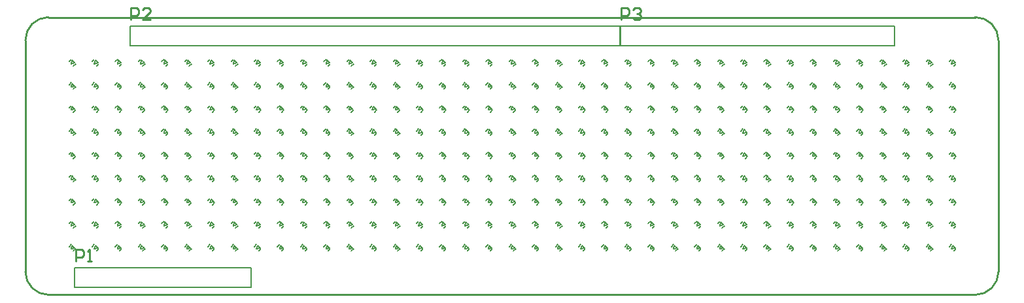
<source format=gto>
G04*
G04 #@! TF.GenerationSoftware,Altium Limited,Altium Designer,18.1.9 (240)*
G04*
G04 Layer_Color=65535*
%FSLAX44Y44*%
%MOMM*%
G71*
G01*
G75*
%ADD10C,0.2000*%
%ADD11C,0.1270*%
%ADD12C,0.2540*%
D10*
X662600Y729800D02*
Y755200D01*
X434000Y729800D02*
X662600D01*
X434000D02*
Y755200D01*
X662600D01*
X1158950Y1067950D02*
X1495500D01*
X1139900D02*
X1158950D01*
X1139900Y1042550D02*
Y1067950D01*
Y1042550D02*
X1495500D01*
Y1067950D01*
X1140300Y1042550D02*
Y1067950D01*
X505300Y1042550D02*
X1140300D01*
X505300D02*
Y1067950D01*
X524350D01*
X1140300D01*
D11*
X1569317Y779567D02*
X1573913Y780628D01*
X1569317Y779567D02*
X1570378Y784163D01*
X1573913Y780628D01*
X1572146Y776739D02*
X1574974Y779567D01*
X1566489Y782396D02*
X1569317Y785224D01*
X1539317Y779567D02*
X1543913Y780628D01*
X1539317Y779567D02*
X1540378Y784163D01*
X1543913Y780628D01*
X1542146Y776739D02*
X1544974Y779567D01*
X1536489Y782396D02*
X1539317Y785224D01*
X1509317Y779567D02*
X1513913Y780628D01*
X1509317Y779567D02*
X1510378Y784163D01*
X1513913Y780628D01*
X1512146Y776739D02*
X1514974Y779567D01*
X1506489Y782396D02*
X1509317Y785224D01*
X1479317Y779567D02*
X1483913Y780628D01*
X1479317Y779567D02*
X1480378Y784163D01*
X1483913Y780628D01*
X1482146Y776739D02*
X1484974Y779567D01*
X1476489Y782396D02*
X1479317Y785224D01*
X1449317Y779567D02*
X1453913Y780628D01*
X1449317Y779567D02*
X1450378Y784163D01*
X1453913Y780628D01*
X1452146Y776739D02*
X1454974Y779567D01*
X1446489Y782396D02*
X1449317Y785224D01*
X1419317Y779567D02*
X1423913Y780628D01*
X1419317Y779567D02*
X1420378Y784163D01*
X1423913Y780628D01*
X1422146Y776739D02*
X1424974Y779567D01*
X1416489Y782396D02*
X1419317Y785224D01*
X1389317Y779567D02*
X1393913Y780628D01*
X1389317Y779567D02*
X1390378Y784163D01*
X1393913Y780628D01*
X1392146Y776739D02*
X1394974Y779567D01*
X1386489Y782396D02*
X1389317Y785224D01*
X1359317Y779567D02*
X1363913Y780628D01*
X1359317Y779567D02*
X1360378Y784163D01*
X1363913Y780628D01*
X1362146Y776739D02*
X1364974Y779567D01*
X1356489Y782396D02*
X1359317Y785224D01*
X1329317Y779567D02*
X1333913Y780628D01*
X1329317Y779567D02*
X1330378Y784163D01*
X1333913Y780628D01*
X1332146Y776739D02*
X1334974Y779567D01*
X1326489Y782396D02*
X1329317Y785224D01*
X1299317Y779567D02*
X1303913Y780628D01*
X1299317Y779567D02*
X1300378Y784163D01*
X1303913Y780628D01*
X1302146Y776739D02*
X1304974Y779567D01*
X1296489Y782396D02*
X1299317Y785224D01*
X1269317Y779567D02*
X1273913Y780628D01*
X1269317Y779567D02*
X1270378Y784163D01*
X1273913Y780628D01*
X1272145Y776739D02*
X1274974Y779567D01*
X1266489Y782396D02*
X1269317Y785224D01*
X1239317Y779567D02*
X1243913Y780628D01*
X1239317Y779567D02*
X1240378Y784163D01*
X1243913Y780628D01*
X1242145Y776739D02*
X1244974Y779567D01*
X1236489Y782396D02*
X1239317Y785224D01*
X1209317Y779567D02*
X1213913Y780628D01*
X1209317Y779567D02*
X1210378Y784163D01*
X1213913Y780628D01*
X1212145Y776739D02*
X1214974Y779567D01*
X1206489Y782396D02*
X1209317Y785224D01*
X1179317Y779567D02*
X1183913Y780628D01*
X1179317Y779567D02*
X1180378Y784163D01*
X1183913Y780628D01*
X1182145Y776739D02*
X1184974Y779567D01*
X1176489Y782396D02*
X1179317Y785224D01*
X1149317Y779567D02*
X1153913Y780628D01*
X1149317Y779567D02*
X1150378Y784163D01*
X1153913Y780628D01*
X1152145Y776739D02*
X1154974Y779567D01*
X1146489Y782396D02*
X1149317Y785224D01*
X1119317Y779567D02*
X1123913Y780628D01*
X1119317Y779567D02*
X1120378Y784163D01*
X1123913Y780628D01*
X1122145Y776739D02*
X1124974Y779567D01*
X1116489Y782396D02*
X1119317Y785224D01*
X1089317Y779567D02*
X1093913Y780628D01*
X1089317Y779567D02*
X1090378Y784163D01*
X1093913Y780628D01*
X1092145Y776739D02*
X1094974Y779567D01*
X1086489Y782396D02*
X1089317Y785224D01*
X1059317Y779567D02*
X1063913Y780628D01*
X1059317Y779567D02*
X1060378Y784163D01*
X1063913Y780628D01*
X1062145Y776739D02*
X1064974Y779567D01*
X1056489Y782396D02*
X1059317Y785224D01*
X1029317Y779567D02*
X1033913Y780628D01*
X1029317Y779567D02*
X1030378Y784163D01*
X1033913Y780628D01*
X1032145Y776739D02*
X1034974Y779567D01*
X1026489Y782396D02*
X1029317Y785224D01*
X999317Y779567D02*
X1003913Y780628D01*
X999317Y779567D02*
X1000378Y784163D01*
X1003913Y780628D01*
X1002145Y776739D02*
X1004974Y779567D01*
X996489Y782396D02*
X999317Y785224D01*
X969317Y779567D02*
X973913Y780628D01*
X969317Y779567D02*
X970378Y784163D01*
X973913Y780628D01*
X972145Y776739D02*
X974974Y779567D01*
X966489Y782396D02*
X969317Y785224D01*
X939317Y779567D02*
X943913Y780628D01*
X939317Y779567D02*
X940378Y784163D01*
X943913Y780628D01*
X942145Y776739D02*
X944974Y779567D01*
X936489Y782396D02*
X939317Y785224D01*
X909317Y779567D02*
X913913Y780628D01*
X909317Y779567D02*
X910378Y784163D01*
X913913Y780628D01*
X912145Y776739D02*
X914974Y779567D01*
X906489Y782396D02*
X909317Y785224D01*
X879317Y779567D02*
X883913Y780628D01*
X879317Y779567D02*
X880378Y784163D01*
X883913Y780628D01*
X882145Y776739D02*
X884974Y779567D01*
X876489Y782396D02*
X879317Y785224D01*
X849317Y779567D02*
X853913Y780628D01*
X849317Y779567D02*
X850378Y784163D01*
X853913Y780628D01*
X852145Y776739D02*
X854974Y779567D01*
X846489Y782396D02*
X849317Y785224D01*
X819317Y779567D02*
X823913Y780628D01*
X819317Y779567D02*
X820378Y784163D01*
X823913Y780628D01*
X822145Y776739D02*
X824974Y779567D01*
X816489Y782396D02*
X819317Y785224D01*
X789317Y779567D02*
X793913Y780628D01*
X789317Y779567D02*
X790378Y784163D01*
X793913Y780628D01*
X792145Y776739D02*
X794974Y779567D01*
X786489Y782396D02*
X789317Y785224D01*
X759317Y779567D02*
X763913Y780628D01*
X759317Y779567D02*
X760378Y784163D01*
X763913Y780628D01*
X762145Y776739D02*
X764974Y779567D01*
X756489Y782396D02*
X759317Y785224D01*
X729317Y779567D02*
X733913Y780628D01*
X729317Y779567D02*
X730378Y784163D01*
X733913Y780628D01*
X732145Y776739D02*
X734974Y779567D01*
X726489Y782396D02*
X729317Y785224D01*
X699317Y779567D02*
X703913Y780628D01*
X699317Y779567D02*
X700378Y784163D01*
X703913Y780628D01*
X702145Y776739D02*
X704974Y779567D01*
X696489Y782396D02*
X699317Y785224D01*
X669317Y779567D02*
X673913Y780628D01*
X669317Y779567D02*
X670378Y784163D01*
X673913Y780628D01*
X672145Y776739D02*
X674974Y779567D01*
X666489Y782396D02*
X669317Y785224D01*
X639317Y779567D02*
X643913Y780628D01*
X639317Y779567D02*
X640378Y784163D01*
X643913Y780628D01*
X642145Y776739D02*
X644974Y779567D01*
X636489Y782396D02*
X639317Y785224D01*
X609317Y779567D02*
X613913Y780628D01*
X609317Y779567D02*
X610378Y784163D01*
X613913Y780628D01*
X612146Y776739D02*
X614974Y779567D01*
X606489Y782396D02*
X609317Y785224D01*
X579317Y779567D02*
X583913Y780628D01*
X579317Y779567D02*
X580378Y784163D01*
X583913Y780628D01*
X582146Y776739D02*
X584974Y779567D01*
X576489Y782396D02*
X579317Y785224D01*
X549317Y779567D02*
X553913Y780628D01*
X549317Y779567D02*
X550378Y784163D01*
X553913Y780628D01*
X552146Y776739D02*
X554974Y779567D01*
X546489Y782396D02*
X549317Y785224D01*
X519317Y779567D02*
X523913Y780628D01*
X519317Y779567D02*
X520378Y784163D01*
X523913Y780628D01*
X522146Y776739D02*
X524974Y779567D01*
X516489Y782396D02*
X519317Y785224D01*
X489317Y779567D02*
X493913Y780628D01*
X489317Y779567D02*
X490378Y784163D01*
X493913Y780628D01*
X492146Y776739D02*
X494974Y779567D01*
X486489Y782396D02*
X489317Y785224D01*
X459317Y779567D02*
X463913Y780628D01*
X459317Y779567D02*
X460378Y784163D01*
X463913Y780628D01*
X462146Y776739D02*
X464974Y779567D01*
X456489Y782396D02*
X459317Y785224D01*
X429317Y779567D02*
X433913Y780628D01*
X429317Y779567D02*
X430378Y784163D01*
X433913Y780628D01*
X432146Y776739D02*
X434974Y779567D01*
X426489Y782396D02*
X429317Y785224D01*
X1569317Y809567D02*
X1573913Y810628D01*
X1569317Y809567D02*
X1570378Y814163D01*
X1573913Y810628D01*
X1572146Y806739D02*
X1574974Y809567D01*
X1566489Y812396D02*
X1569317Y815224D01*
X1539317Y809567D02*
X1543913Y810628D01*
X1539317Y809567D02*
X1540378Y814163D01*
X1543913Y810628D01*
X1542146Y806739D02*
X1544974Y809567D01*
X1536489Y812396D02*
X1539317Y815224D01*
X1509317Y809567D02*
X1513913Y810628D01*
X1509317Y809567D02*
X1510378Y814163D01*
X1513913Y810628D01*
X1512146Y806739D02*
X1514974Y809567D01*
X1506489Y812396D02*
X1509317Y815224D01*
X1479317Y809567D02*
X1483913Y810628D01*
X1479317Y809567D02*
X1480378Y814163D01*
X1483913Y810628D01*
X1482146Y806739D02*
X1484974Y809567D01*
X1476489Y812396D02*
X1479317Y815224D01*
X1449317Y809567D02*
X1453913Y810628D01*
X1449317Y809567D02*
X1450378Y814163D01*
X1453913Y810628D01*
X1452146Y806739D02*
X1454974Y809567D01*
X1446489Y812396D02*
X1449317Y815224D01*
X1419317Y809567D02*
X1423913Y810628D01*
X1419317Y809567D02*
X1420378Y814163D01*
X1423913Y810628D01*
X1422146Y806739D02*
X1424974Y809567D01*
X1416489Y812396D02*
X1419317Y815224D01*
X1389317Y809567D02*
X1393913Y810628D01*
X1389317Y809567D02*
X1390378Y814163D01*
X1393913Y810628D01*
X1392146Y806739D02*
X1394974Y809567D01*
X1386489Y812396D02*
X1389317Y815224D01*
X1359317Y809567D02*
X1363913Y810628D01*
X1359317Y809567D02*
X1360378Y814163D01*
X1363913Y810628D01*
X1362146Y806739D02*
X1364974Y809567D01*
X1356489Y812396D02*
X1359317Y815224D01*
X1329317Y809567D02*
X1333913Y810628D01*
X1329317Y809567D02*
X1330378Y814163D01*
X1333913Y810628D01*
X1332146Y806739D02*
X1334974Y809567D01*
X1326489Y812396D02*
X1329317Y815224D01*
X1299317Y809567D02*
X1303913Y810628D01*
X1299317Y809567D02*
X1300378Y814163D01*
X1303913Y810628D01*
X1302146Y806739D02*
X1304974Y809567D01*
X1296489Y812396D02*
X1299317Y815224D01*
X1269317Y809567D02*
X1273913Y810628D01*
X1269317Y809567D02*
X1270378Y814163D01*
X1273913Y810628D01*
X1272145Y806739D02*
X1274974Y809567D01*
X1266489Y812396D02*
X1269317Y815224D01*
X1239317Y809567D02*
X1243913Y810628D01*
X1239317Y809567D02*
X1240378Y814163D01*
X1243913Y810628D01*
X1242145Y806739D02*
X1244974Y809567D01*
X1236489Y812396D02*
X1239317Y815224D01*
X1209317Y809567D02*
X1213913Y810628D01*
X1209317Y809567D02*
X1210378Y814163D01*
X1213913Y810628D01*
X1212145Y806739D02*
X1214974Y809567D01*
X1206489Y812396D02*
X1209317Y815224D01*
X1179317Y809567D02*
X1183913Y810628D01*
X1179317Y809567D02*
X1180378Y814163D01*
X1183913Y810628D01*
X1182145Y806739D02*
X1184974Y809567D01*
X1176489Y812396D02*
X1179317Y815224D01*
X1149317Y809567D02*
X1153913Y810628D01*
X1149317Y809567D02*
X1150378Y814163D01*
X1153913Y810628D01*
X1152145Y806739D02*
X1154974Y809567D01*
X1146489Y812396D02*
X1149317Y815224D01*
X1119317Y809567D02*
X1123913Y810628D01*
X1119317Y809567D02*
X1120378Y814163D01*
X1123913Y810628D01*
X1122145Y806739D02*
X1124974Y809567D01*
X1116489Y812396D02*
X1119317Y815224D01*
X1089317Y809567D02*
X1093913Y810628D01*
X1089317Y809567D02*
X1090378Y814163D01*
X1093913Y810628D01*
X1092145Y806739D02*
X1094974Y809567D01*
X1086489Y812396D02*
X1089317Y815224D01*
X1059317Y809567D02*
X1063913Y810628D01*
X1059317Y809567D02*
X1060378Y814163D01*
X1063913Y810628D01*
X1062145Y806739D02*
X1064974Y809567D01*
X1056489Y812396D02*
X1059317Y815224D01*
X1029317Y809567D02*
X1033913Y810628D01*
X1029317Y809567D02*
X1030378Y814163D01*
X1033913Y810628D01*
X1032145Y806739D02*
X1034974Y809567D01*
X1026489Y812396D02*
X1029317Y815224D01*
X999317Y809567D02*
X1003913Y810628D01*
X999317Y809567D02*
X1000378Y814163D01*
X1003913Y810628D01*
X1002145Y806739D02*
X1004974Y809567D01*
X996489Y812396D02*
X999317Y815224D01*
X969317Y809567D02*
X973913Y810628D01*
X969317Y809567D02*
X970378Y814163D01*
X973913Y810628D01*
X972145Y806739D02*
X974974Y809567D01*
X966489Y812396D02*
X969317Y815224D01*
X939317Y809567D02*
X943913Y810628D01*
X939317Y809567D02*
X940378Y814163D01*
X943913Y810628D01*
X942145Y806739D02*
X944974Y809567D01*
X936489Y812396D02*
X939317Y815224D01*
X909317Y809567D02*
X913913Y810628D01*
X909317Y809567D02*
X910378Y814163D01*
X913913Y810628D01*
X912145Y806739D02*
X914974Y809567D01*
X906489Y812396D02*
X909317Y815224D01*
X879317Y809567D02*
X883913Y810628D01*
X879317Y809567D02*
X880378Y814163D01*
X883913Y810628D01*
X882145Y806739D02*
X884974Y809567D01*
X876489Y812396D02*
X879317Y815224D01*
X849317Y809567D02*
X853913Y810628D01*
X849317Y809567D02*
X850378Y814163D01*
X853913Y810628D01*
X852145Y806739D02*
X854974Y809567D01*
X846489Y812396D02*
X849317Y815224D01*
X819317Y809567D02*
X823913Y810628D01*
X819317Y809567D02*
X820378Y814163D01*
X823913Y810628D01*
X822145Y806739D02*
X824974Y809567D01*
X816489Y812396D02*
X819317Y815224D01*
X789317Y809567D02*
X793913Y810628D01*
X789317Y809567D02*
X790378Y814163D01*
X793913Y810628D01*
X792145Y806739D02*
X794974Y809567D01*
X786489Y812396D02*
X789317Y815224D01*
X759317Y809567D02*
X763913Y810628D01*
X759317Y809567D02*
X760378Y814163D01*
X763913Y810628D01*
X762145Y806739D02*
X764974Y809567D01*
X756489Y812396D02*
X759317Y815224D01*
X729317Y809567D02*
X733913Y810628D01*
X729317Y809567D02*
X730378Y814163D01*
X733913Y810628D01*
X732145Y806739D02*
X734974Y809567D01*
X726489Y812396D02*
X729317Y815224D01*
X699317Y809567D02*
X703913Y810628D01*
X699317Y809567D02*
X700378Y814163D01*
X703913Y810628D01*
X702145Y806739D02*
X704974Y809567D01*
X696489Y812396D02*
X699317Y815224D01*
X669317Y809567D02*
X673913Y810628D01*
X669317Y809567D02*
X670378Y814163D01*
X673913Y810628D01*
X672145Y806739D02*
X674974Y809567D01*
X666489Y812396D02*
X669317Y815224D01*
X639317Y809567D02*
X643913Y810628D01*
X639317Y809567D02*
X640378Y814163D01*
X643913Y810628D01*
X642145Y806739D02*
X644974Y809567D01*
X636489Y812396D02*
X639317Y815224D01*
X609317Y809567D02*
X613913Y810628D01*
X609317Y809567D02*
X610378Y814163D01*
X613913Y810628D01*
X612146Y806739D02*
X614974Y809567D01*
X606489Y812396D02*
X609317Y815224D01*
X579317Y809567D02*
X583913Y810628D01*
X579317Y809567D02*
X580378Y814163D01*
X583913Y810628D01*
X582146Y806739D02*
X584974Y809567D01*
X576489Y812396D02*
X579317Y815224D01*
X549317Y809567D02*
X553913Y810628D01*
X549317Y809567D02*
X550378Y814163D01*
X553913Y810628D01*
X552146Y806739D02*
X554974Y809567D01*
X546489Y812396D02*
X549317Y815224D01*
X519317Y809567D02*
X523913Y810628D01*
X519317Y809567D02*
X520378Y814163D01*
X523913Y810628D01*
X522146Y806739D02*
X524974Y809567D01*
X516489Y812396D02*
X519317Y815224D01*
X489317Y809567D02*
X493913Y810628D01*
X489317Y809567D02*
X490378Y814163D01*
X493913Y810628D01*
X492146Y806739D02*
X494974Y809567D01*
X486489Y812396D02*
X489317Y815224D01*
X459317Y809567D02*
X463913Y810628D01*
X459317Y809567D02*
X460378Y814163D01*
X463913Y810628D01*
X462146Y806739D02*
X464974Y809567D01*
X456489Y812396D02*
X459317Y815224D01*
X429317Y809567D02*
X433913Y810628D01*
X429317Y809567D02*
X430378Y814163D01*
X433913Y810628D01*
X432146Y806739D02*
X434974Y809567D01*
X426489Y812396D02*
X429317Y815224D01*
X1569317Y839567D02*
X1573913Y840628D01*
X1569317Y839567D02*
X1570378Y844163D01*
X1573913Y840628D01*
X1572146Y836739D02*
X1574974Y839567D01*
X1566489Y842395D02*
X1569317Y845224D01*
X1539317Y839567D02*
X1543913Y840628D01*
X1539317Y839567D02*
X1540378Y844163D01*
X1543913Y840628D01*
X1542146Y836739D02*
X1544974Y839567D01*
X1536489Y842395D02*
X1539317Y845224D01*
X1509317Y839567D02*
X1513913Y840628D01*
X1509317Y839567D02*
X1510378Y844163D01*
X1513913Y840628D01*
X1512146Y836739D02*
X1514974Y839567D01*
X1506489Y842395D02*
X1509317Y845224D01*
X1479317Y839567D02*
X1483913Y840628D01*
X1479317Y839567D02*
X1480378Y844163D01*
X1483913Y840628D01*
X1482146Y836739D02*
X1484974Y839567D01*
X1476489Y842395D02*
X1479317Y845224D01*
X1449317Y839567D02*
X1453913Y840628D01*
X1449317Y839567D02*
X1450378Y844163D01*
X1453913Y840628D01*
X1452146Y836739D02*
X1454974Y839567D01*
X1446489Y842395D02*
X1449317Y845224D01*
X1419317Y839567D02*
X1423913Y840628D01*
X1419317Y839567D02*
X1420378Y844163D01*
X1423913Y840628D01*
X1422146Y836739D02*
X1424974Y839567D01*
X1416489Y842395D02*
X1419317Y845224D01*
X1389317Y839567D02*
X1393913Y840628D01*
X1389317Y839567D02*
X1390378Y844163D01*
X1393913Y840628D01*
X1392146Y836739D02*
X1394974Y839567D01*
X1386489Y842395D02*
X1389317Y845224D01*
X1359317Y839567D02*
X1363913Y840628D01*
X1359317Y839567D02*
X1360378Y844163D01*
X1363913Y840628D01*
X1362146Y836739D02*
X1364974Y839567D01*
X1356489Y842395D02*
X1359317Y845224D01*
X1329317Y839567D02*
X1333913Y840628D01*
X1329317Y839567D02*
X1330378Y844163D01*
X1333913Y840628D01*
X1332146Y836739D02*
X1334974Y839567D01*
X1326489Y842395D02*
X1329317Y845224D01*
X1299317Y839567D02*
X1303913Y840628D01*
X1299317Y839567D02*
X1300378Y844163D01*
X1303913Y840628D01*
X1302146Y836739D02*
X1304974Y839567D01*
X1296489Y842395D02*
X1299317Y845224D01*
X1269317Y839567D02*
X1273913Y840628D01*
X1269317Y839567D02*
X1270378Y844163D01*
X1273913Y840628D01*
X1272145Y836739D02*
X1274974Y839567D01*
X1266489Y842395D02*
X1269317Y845224D01*
X1239317Y839567D02*
X1243913Y840628D01*
X1239317Y839567D02*
X1240378Y844163D01*
X1243913Y840628D01*
X1242145Y836739D02*
X1244974Y839567D01*
X1236489Y842395D02*
X1239317Y845224D01*
X1209317Y839567D02*
X1213913Y840628D01*
X1209317Y839567D02*
X1210378Y844163D01*
X1213913Y840628D01*
X1212145Y836739D02*
X1214974Y839567D01*
X1206489Y842395D02*
X1209317Y845224D01*
X1179317Y839567D02*
X1183913Y840628D01*
X1179317Y839567D02*
X1180378Y844163D01*
X1183913Y840628D01*
X1182145Y836739D02*
X1184974Y839567D01*
X1176489Y842395D02*
X1179317Y845224D01*
X1149317Y839567D02*
X1153913Y840628D01*
X1149317Y839567D02*
X1150378Y844163D01*
X1153913Y840628D01*
X1152145Y836739D02*
X1154974Y839567D01*
X1146489Y842395D02*
X1149317Y845224D01*
X1119317Y839567D02*
X1123913Y840628D01*
X1119317Y839567D02*
X1120378Y844163D01*
X1123913Y840628D01*
X1122145Y836739D02*
X1124974Y839567D01*
X1116489Y842395D02*
X1119317Y845224D01*
X1089317Y839567D02*
X1093913Y840628D01*
X1089317Y839567D02*
X1090378Y844163D01*
X1093913Y840628D01*
X1092145Y836739D02*
X1094974Y839567D01*
X1086489Y842395D02*
X1089317Y845224D01*
X1059317Y839567D02*
X1063913Y840628D01*
X1059317Y839567D02*
X1060378Y844163D01*
X1063913Y840628D01*
X1062145Y836739D02*
X1064974Y839567D01*
X1056489Y842395D02*
X1059317Y845224D01*
X1029317Y839567D02*
X1033913Y840628D01*
X1029317Y839567D02*
X1030378Y844163D01*
X1033913Y840628D01*
X1032145Y836739D02*
X1034974Y839567D01*
X1026489Y842395D02*
X1029317Y845224D01*
X999317Y839567D02*
X1003913Y840628D01*
X999317Y839567D02*
X1000378Y844163D01*
X1003913Y840628D01*
X1002145Y836739D02*
X1004974Y839567D01*
X996489Y842395D02*
X999317Y845224D01*
X969317Y839567D02*
X973913Y840628D01*
X969317Y839567D02*
X970378Y844163D01*
X973913Y840628D01*
X972145Y836739D02*
X974974Y839567D01*
X966489Y842395D02*
X969317Y845224D01*
X939317Y839567D02*
X943913Y840628D01*
X939317Y839567D02*
X940378Y844163D01*
X943913Y840628D01*
X942145Y836739D02*
X944974Y839567D01*
X936489Y842395D02*
X939317Y845224D01*
X909317Y839567D02*
X913913Y840628D01*
X909317Y839567D02*
X910378Y844163D01*
X913913Y840628D01*
X912145Y836739D02*
X914974Y839567D01*
X906489Y842395D02*
X909317Y845224D01*
X879317Y839567D02*
X883913Y840628D01*
X879317Y839567D02*
X880378Y844163D01*
X883913Y840628D01*
X882145Y836739D02*
X884974Y839567D01*
X876489Y842395D02*
X879317Y845224D01*
X849317Y839567D02*
X853913Y840628D01*
X849317Y839567D02*
X850378Y844163D01*
X853913Y840628D01*
X852145Y836739D02*
X854974Y839567D01*
X846489Y842395D02*
X849317Y845224D01*
X819317Y839567D02*
X823913Y840628D01*
X819317Y839567D02*
X820378Y844163D01*
X823913Y840628D01*
X822145Y836739D02*
X824974Y839567D01*
X816489Y842395D02*
X819317Y845224D01*
X789317Y839567D02*
X793913Y840628D01*
X789317Y839567D02*
X790378Y844163D01*
X793913Y840628D01*
X792145Y836739D02*
X794974Y839567D01*
X786489Y842395D02*
X789317Y845224D01*
X759317Y839567D02*
X763913Y840628D01*
X759317Y839567D02*
X760378Y844163D01*
X763913Y840628D01*
X762145Y836739D02*
X764974Y839567D01*
X756489Y842395D02*
X759317Y845224D01*
X729317Y839567D02*
X733913Y840628D01*
X729317Y839567D02*
X730378Y844163D01*
X733913Y840628D01*
X732145Y836739D02*
X734974Y839567D01*
X726489Y842395D02*
X729317Y845224D01*
X699317Y839567D02*
X703913Y840628D01*
X699317Y839567D02*
X700378Y844163D01*
X703913Y840628D01*
X702145Y836739D02*
X704974Y839567D01*
X696489Y842395D02*
X699317Y845224D01*
X669317Y839567D02*
X673913Y840628D01*
X669317Y839567D02*
X670378Y844163D01*
X673913Y840628D01*
X672145Y836739D02*
X674974Y839567D01*
X666489Y842395D02*
X669317Y845224D01*
X639317Y839567D02*
X643913Y840628D01*
X639317Y839567D02*
X640378Y844163D01*
X643913Y840628D01*
X642145Y836739D02*
X644974Y839567D01*
X636489Y842395D02*
X639317Y845224D01*
X609317Y839567D02*
X613913Y840628D01*
X609317Y839567D02*
X610378Y844163D01*
X613913Y840628D01*
X612146Y836739D02*
X614974Y839567D01*
X606489Y842395D02*
X609317Y845224D01*
X579317Y839567D02*
X583913Y840628D01*
X579317Y839567D02*
X580378Y844163D01*
X583913Y840628D01*
X582146Y836739D02*
X584974Y839567D01*
X576489Y842395D02*
X579317Y845224D01*
X549317Y839567D02*
X553913Y840628D01*
X549317Y839567D02*
X550378Y844163D01*
X553913Y840628D01*
X552146Y836739D02*
X554974Y839567D01*
X546489Y842395D02*
X549317Y845224D01*
X519317Y839567D02*
X523913Y840628D01*
X519317Y839567D02*
X520378Y844163D01*
X523913Y840628D01*
X522146Y836739D02*
X524974Y839567D01*
X516489Y842395D02*
X519317Y845224D01*
X489317Y839567D02*
X493913Y840628D01*
X489317Y839567D02*
X490378Y844163D01*
X493913Y840628D01*
X492146Y836739D02*
X494974Y839567D01*
X486489Y842395D02*
X489317Y845224D01*
X459317Y839567D02*
X463913Y840628D01*
X459317Y839567D02*
X460378Y844163D01*
X463913Y840628D01*
X462146Y836739D02*
X464974Y839567D01*
X456489Y842395D02*
X459317Y845224D01*
X429317Y839567D02*
X433913Y840628D01*
X429317Y839567D02*
X430378Y844163D01*
X433913Y840628D01*
X432146Y836739D02*
X434974Y839567D01*
X426489Y842395D02*
X429317Y845224D01*
X1569317Y869567D02*
X1573913Y870628D01*
X1569317Y869567D02*
X1570378Y874163D01*
X1573913Y870628D01*
X1572146Y866739D02*
X1574974Y869567D01*
X1566489Y872396D02*
X1569317Y875224D01*
X1539317Y869567D02*
X1543913Y870628D01*
X1539317Y869567D02*
X1540378Y874163D01*
X1543913Y870628D01*
X1542146Y866739D02*
X1544974Y869567D01*
X1536489Y872396D02*
X1539317Y875224D01*
X1509317Y869567D02*
X1513913Y870628D01*
X1509317Y869567D02*
X1510378Y874163D01*
X1513913Y870628D01*
X1512146Y866739D02*
X1514974Y869567D01*
X1506489Y872396D02*
X1509317Y875224D01*
X1479317Y869567D02*
X1483913Y870628D01*
X1479317Y869567D02*
X1480378Y874163D01*
X1483913Y870628D01*
X1482146Y866739D02*
X1484974Y869567D01*
X1476489Y872396D02*
X1479317Y875224D01*
X1449317Y869567D02*
X1453913Y870628D01*
X1449317Y869567D02*
X1450378Y874163D01*
X1453913Y870628D01*
X1452146Y866739D02*
X1454974Y869567D01*
X1446489Y872396D02*
X1449317Y875224D01*
X1419317Y869567D02*
X1423913Y870628D01*
X1419317Y869567D02*
X1420378Y874163D01*
X1423913Y870628D01*
X1422146Y866739D02*
X1424974Y869567D01*
X1416489Y872396D02*
X1419317Y875224D01*
X1389317Y869567D02*
X1393913Y870628D01*
X1389317Y869567D02*
X1390378Y874163D01*
X1393913Y870628D01*
X1392146Y866739D02*
X1394974Y869567D01*
X1386489Y872396D02*
X1389317Y875224D01*
X1359317Y869567D02*
X1363913Y870628D01*
X1359317Y869567D02*
X1360378Y874163D01*
X1363913Y870628D01*
X1362146Y866739D02*
X1364974Y869567D01*
X1356489Y872396D02*
X1359317Y875224D01*
X1329317Y869567D02*
X1333913Y870628D01*
X1329317Y869567D02*
X1330378Y874163D01*
X1333913Y870628D01*
X1332146Y866739D02*
X1334974Y869567D01*
X1326489Y872396D02*
X1329317Y875224D01*
X1299317Y869567D02*
X1303913Y870628D01*
X1299317Y869567D02*
X1300378Y874163D01*
X1303913Y870628D01*
X1302146Y866739D02*
X1304974Y869567D01*
X1296489Y872396D02*
X1299317Y875224D01*
X1269317Y869567D02*
X1273913Y870628D01*
X1269317Y869567D02*
X1270378Y874163D01*
X1273913Y870628D01*
X1272145Y866739D02*
X1274974Y869567D01*
X1266489Y872396D02*
X1269317Y875224D01*
X1239317Y869567D02*
X1243913Y870628D01*
X1239317Y869567D02*
X1240378Y874163D01*
X1243913Y870628D01*
X1242145Y866739D02*
X1244974Y869567D01*
X1236489Y872396D02*
X1239317Y875224D01*
X1209317Y869567D02*
X1213913Y870628D01*
X1209317Y869567D02*
X1210378Y874163D01*
X1213913Y870628D01*
X1212145Y866739D02*
X1214974Y869567D01*
X1206489Y872396D02*
X1209317Y875224D01*
X1179317Y869567D02*
X1183913Y870628D01*
X1179317Y869567D02*
X1180378Y874163D01*
X1183913Y870628D01*
X1182145Y866739D02*
X1184974Y869567D01*
X1176489Y872396D02*
X1179317Y875224D01*
X1149317Y869567D02*
X1153913Y870628D01*
X1149317Y869567D02*
X1150378Y874163D01*
X1153913Y870628D01*
X1152145Y866739D02*
X1154974Y869567D01*
X1146489Y872396D02*
X1149317Y875224D01*
X1119317Y869567D02*
X1123913Y870628D01*
X1119317Y869567D02*
X1120378Y874163D01*
X1123913Y870628D01*
X1122145Y866739D02*
X1124974Y869567D01*
X1116489Y872396D02*
X1119317Y875224D01*
X1089317Y869567D02*
X1093913Y870628D01*
X1089317Y869567D02*
X1090378Y874163D01*
X1093913Y870628D01*
X1092145Y866739D02*
X1094974Y869567D01*
X1086489Y872396D02*
X1089317Y875224D01*
X1059317Y869567D02*
X1063913Y870628D01*
X1059317Y869567D02*
X1060378Y874163D01*
X1063913Y870628D01*
X1062145Y866739D02*
X1064974Y869567D01*
X1056489Y872396D02*
X1059317Y875224D01*
X1029317Y869567D02*
X1033913Y870628D01*
X1029317Y869567D02*
X1030378Y874163D01*
X1033913Y870628D01*
X1032145Y866739D02*
X1034974Y869567D01*
X1026489Y872396D02*
X1029317Y875224D01*
X999317Y869567D02*
X1003913Y870628D01*
X999317Y869567D02*
X1000378Y874163D01*
X1003913Y870628D01*
X1002145Y866739D02*
X1004974Y869567D01*
X996489Y872396D02*
X999317Y875224D01*
X969317Y869567D02*
X973913Y870628D01*
X969317Y869567D02*
X970378Y874163D01*
X973913Y870628D01*
X972145Y866739D02*
X974974Y869567D01*
X966489Y872396D02*
X969317Y875224D01*
X939317Y869567D02*
X943913Y870628D01*
X939317Y869567D02*
X940378Y874163D01*
X943913Y870628D01*
X942145Y866739D02*
X944974Y869567D01*
X936489Y872396D02*
X939317Y875224D01*
X909317Y869567D02*
X913913Y870628D01*
X909317Y869567D02*
X910378Y874163D01*
X913913Y870628D01*
X912145Y866739D02*
X914974Y869567D01*
X906489Y872396D02*
X909317Y875224D01*
X879317Y869567D02*
X883913Y870628D01*
X879317Y869567D02*
X880378Y874163D01*
X883913Y870628D01*
X882145Y866739D02*
X884974Y869567D01*
X876489Y872396D02*
X879317Y875224D01*
X849317Y869567D02*
X853913Y870628D01*
X849317Y869567D02*
X850378Y874163D01*
X853913Y870628D01*
X852145Y866739D02*
X854974Y869567D01*
X846489Y872396D02*
X849317Y875224D01*
X819317Y869567D02*
X823913Y870628D01*
X819317Y869567D02*
X820378Y874163D01*
X823913Y870628D01*
X822145Y866739D02*
X824974Y869567D01*
X816489Y872396D02*
X819317Y875224D01*
X789317Y869567D02*
X793913Y870628D01*
X789317Y869567D02*
X790378Y874163D01*
X793913Y870628D01*
X792145Y866739D02*
X794974Y869567D01*
X786489Y872396D02*
X789317Y875224D01*
X759317Y869567D02*
X763913Y870628D01*
X759317Y869567D02*
X760378Y874163D01*
X763913Y870628D01*
X762145Y866739D02*
X764974Y869567D01*
X756489Y872396D02*
X759317Y875224D01*
X729317Y869567D02*
X733913Y870628D01*
X729317Y869567D02*
X730378Y874163D01*
X733913Y870628D01*
X732145Y866739D02*
X734974Y869567D01*
X726489Y872396D02*
X729317Y875224D01*
X699317Y869567D02*
X703913Y870628D01*
X699317Y869567D02*
X700378Y874163D01*
X703913Y870628D01*
X702145Y866739D02*
X704974Y869567D01*
X696489Y872396D02*
X699317Y875224D01*
X669317Y869567D02*
X673913Y870628D01*
X669317Y869567D02*
X670378Y874163D01*
X673913Y870628D01*
X672145Y866739D02*
X674974Y869567D01*
X666489Y872396D02*
X669317Y875224D01*
X639317Y869567D02*
X643913Y870628D01*
X639317Y869567D02*
X640378Y874163D01*
X643913Y870628D01*
X642145Y866739D02*
X644974Y869567D01*
X636489Y872396D02*
X639317Y875224D01*
X609317Y869567D02*
X613913Y870628D01*
X609317Y869567D02*
X610378Y874163D01*
X613913Y870628D01*
X612146Y866739D02*
X614974Y869567D01*
X606489Y872396D02*
X609317Y875224D01*
X579317Y869567D02*
X583913Y870628D01*
X579317Y869567D02*
X580378Y874163D01*
X583913Y870628D01*
X582146Y866739D02*
X584974Y869567D01*
X576489Y872396D02*
X579317Y875224D01*
X549317Y869567D02*
X553913Y870628D01*
X549317Y869567D02*
X550378Y874163D01*
X553913Y870628D01*
X552146Y866739D02*
X554974Y869567D01*
X546489Y872396D02*
X549317Y875224D01*
X519317Y869567D02*
X523913Y870628D01*
X519317Y869567D02*
X520378Y874163D01*
X523913Y870628D01*
X522146Y866739D02*
X524974Y869567D01*
X516489Y872396D02*
X519317Y875224D01*
X489317Y869567D02*
X493913Y870628D01*
X489317Y869567D02*
X490378Y874163D01*
X493913Y870628D01*
X492146Y866739D02*
X494974Y869567D01*
X486489Y872396D02*
X489317Y875224D01*
X459317Y869567D02*
X463913Y870628D01*
X459317Y869567D02*
X460378Y874163D01*
X463913Y870628D01*
X462146Y866739D02*
X464974Y869567D01*
X456489Y872396D02*
X459317Y875224D01*
X429317Y869567D02*
X433913Y870628D01*
X429317Y869567D02*
X430378Y874163D01*
X433913Y870628D01*
X432146Y866739D02*
X434974Y869567D01*
X426489Y872396D02*
X429317Y875224D01*
X1569317Y899567D02*
X1573913Y900628D01*
X1569317Y899567D02*
X1570378Y904163D01*
X1573913Y900628D01*
X1572146Y896739D02*
X1574974Y899567D01*
X1566489Y902396D02*
X1569317Y905224D01*
X1539317Y899567D02*
X1543913Y900628D01*
X1539317Y899567D02*
X1540378Y904163D01*
X1543913Y900628D01*
X1542146Y896739D02*
X1544974Y899567D01*
X1536489Y902396D02*
X1539317Y905224D01*
X1509317Y899567D02*
X1513913Y900628D01*
X1509317Y899567D02*
X1510378Y904163D01*
X1513913Y900628D01*
X1512146Y896739D02*
X1514974Y899567D01*
X1506489Y902396D02*
X1509317Y905224D01*
X1479317Y899567D02*
X1483913Y900628D01*
X1479317Y899567D02*
X1480378Y904163D01*
X1483913Y900628D01*
X1482146Y896739D02*
X1484974Y899567D01*
X1476489Y902396D02*
X1479317Y905224D01*
X1449317Y899567D02*
X1453913Y900628D01*
X1449317Y899567D02*
X1450378Y904163D01*
X1453913Y900628D01*
X1452146Y896739D02*
X1454974Y899567D01*
X1446489Y902396D02*
X1449317Y905224D01*
X1419317Y899567D02*
X1423913Y900628D01*
X1419317Y899567D02*
X1420378Y904163D01*
X1423913Y900628D01*
X1422146Y896739D02*
X1424974Y899567D01*
X1416489Y902396D02*
X1419317Y905224D01*
X1389317Y899567D02*
X1393913Y900628D01*
X1389317Y899567D02*
X1390378Y904163D01*
X1393913Y900628D01*
X1392146Y896739D02*
X1394974Y899567D01*
X1386489Y902396D02*
X1389317Y905224D01*
X1359317Y899567D02*
X1363913Y900628D01*
X1359317Y899567D02*
X1360378Y904163D01*
X1363913Y900628D01*
X1362146Y896739D02*
X1364974Y899567D01*
X1356489Y902396D02*
X1359317Y905224D01*
X1329317Y899567D02*
X1333913Y900628D01*
X1329317Y899567D02*
X1330378Y904163D01*
X1333913Y900628D01*
X1332146Y896739D02*
X1334974Y899567D01*
X1326489Y902396D02*
X1329317Y905224D01*
X1299317Y899567D02*
X1303913Y900628D01*
X1299317Y899567D02*
X1300378Y904163D01*
X1303913Y900628D01*
X1302146Y896739D02*
X1304974Y899567D01*
X1296489Y902396D02*
X1299317Y905224D01*
X1269317Y899567D02*
X1273913Y900628D01*
X1269317Y899567D02*
X1270378Y904163D01*
X1273913Y900628D01*
X1272145Y896739D02*
X1274974Y899567D01*
X1266489Y902396D02*
X1269317Y905224D01*
X1239317Y899567D02*
X1243913Y900628D01*
X1239317Y899567D02*
X1240378Y904163D01*
X1243913Y900628D01*
X1242145Y896739D02*
X1244974Y899567D01*
X1236489Y902396D02*
X1239317Y905224D01*
X1209317Y899567D02*
X1213913Y900628D01*
X1209317Y899567D02*
X1210378Y904163D01*
X1213913Y900628D01*
X1212145Y896739D02*
X1214974Y899567D01*
X1206489Y902396D02*
X1209317Y905224D01*
X1179317Y899567D02*
X1183913Y900628D01*
X1179317Y899567D02*
X1180378Y904163D01*
X1183913Y900628D01*
X1182145Y896739D02*
X1184974Y899567D01*
X1176489Y902396D02*
X1179317Y905224D01*
X1149317Y899567D02*
X1153913Y900628D01*
X1149317Y899567D02*
X1150378Y904163D01*
X1153913Y900628D01*
X1152145Y896739D02*
X1154974Y899567D01*
X1146489Y902396D02*
X1149317Y905224D01*
X1119317Y899567D02*
X1123913Y900628D01*
X1119317Y899567D02*
X1120378Y904163D01*
X1123913Y900628D01*
X1122145Y896739D02*
X1124974Y899567D01*
X1116489Y902396D02*
X1119317Y905224D01*
X1089317Y899567D02*
X1093913Y900628D01*
X1089317Y899567D02*
X1090378Y904163D01*
X1093913Y900628D01*
X1092145Y896739D02*
X1094974Y899567D01*
X1086489Y902396D02*
X1089317Y905224D01*
X1059317Y899567D02*
X1063913Y900628D01*
X1059317Y899567D02*
X1060378Y904163D01*
X1063913Y900628D01*
X1062145Y896739D02*
X1064974Y899567D01*
X1056489Y902396D02*
X1059317Y905224D01*
X1029317Y899567D02*
X1033913Y900628D01*
X1029317Y899567D02*
X1030378Y904163D01*
X1033913Y900628D01*
X1032145Y896739D02*
X1034974Y899567D01*
X1026489Y902396D02*
X1029317Y905224D01*
X999317Y899567D02*
X1003913Y900628D01*
X999317Y899567D02*
X1000378Y904163D01*
X1003913Y900628D01*
X1002145Y896739D02*
X1004974Y899567D01*
X996489Y902396D02*
X999317Y905224D01*
X969317Y899567D02*
X973913Y900628D01*
X969317Y899567D02*
X970378Y904163D01*
X973913Y900628D01*
X972145Y896739D02*
X974974Y899567D01*
X966489Y902396D02*
X969317Y905224D01*
X939317Y899567D02*
X943913Y900628D01*
X939317Y899567D02*
X940378Y904163D01*
X943913Y900628D01*
X942145Y896739D02*
X944974Y899567D01*
X936489Y902396D02*
X939317Y905224D01*
X909317Y899567D02*
X913913Y900628D01*
X909317Y899567D02*
X910378Y904163D01*
X913913Y900628D01*
X912145Y896739D02*
X914974Y899567D01*
X906489Y902396D02*
X909317Y905224D01*
X879317Y899567D02*
X883913Y900628D01*
X879317Y899567D02*
X880378Y904163D01*
X883913Y900628D01*
X882145Y896739D02*
X884974Y899567D01*
X876489Y902396D02*
X879317Y905224D01*
X849317Y899567D02*
X853913Y900628D01*
X849317Y899567D02*
X850378Y904163D01*
X853913Y900628D01*
X852145Y896739D02*
X854974Y899567D01*
X846489Y902396D02*
X849317Y905224D01*
X819317Y899567D02*
X823913Y900628D01*
X819317Y899567D02*
X820378Y904163D01*
X823913Y900628D01*
X822145Y896739D02*
X824974Y899567D01*
X816489Y902396D02*
X819317Y905224D01*
X789317Y899567D02*
X793913Y900628D01*
X789317Y899567D02*
X790378Y904163D01*
X793913Y900628D01*
X792145Y896739D02*
X794974Y899567D01*
X786489Y902396D02*
X789317Y905224D01*
X759317Y899567D02*
X763913Y900628D01*
X759317Y899567D02*
X760378Y904163D01*
X763913Y900628D01*
X762145Y896739D02*
X764974Y899567D01*
X756489Y902396D02*
X759317Y905224D01*
X729317Y899567D02*
X733913Y900628D01*
X729317Y899567D02*
X730378Y904163D01*
X733913Y900628D01*
X732145Y896739D02*
X734974Y899567D01*
X726489Y902396D02*
X729317Y905224D01*
X699317Y899567D02*
X703913Y900628D01*
X699317Y899567D02*
X700378Y904163D01*
X703913Y900628D01*
X702145Y896739D02*
X704974Y899567D01*
X696489Y902396D02*
X699317Y905224D01*
X669317Y899567D02*
X673913Y900628D01*
X669317Y899567D02*
X670378Y904163D01*
X673913Y900628D01*
X672145Y896739D02*
X674974Y899567D01*
X666489Y902396D02*
X669317Y905224D01*
X639317Y899567D02*
X643913Y900628D01*
X639317Y899567D02*
X640378Y904163D01*
X643913Y900628D01*
X642145Y896739D02*
X644974Y899567D01*
X636489Y902396D02*
X639317Y905224D01*
X609317Y899567D02*
X613913Y900628D01*
X609317Y899567D02*
X610378Y904163D01*
X613913Y900628D01*
X612146Y896739D02*
X614974Y899567D01*
X606489Y902396D02*
X609317Y905224D01*
X579317Y899567D02*
X583913Y900628D01*
X579317Y899567D02*
X580378Y904163D01*
X583913Y900628D01*
X582146Y896739D02*
X584974Y899567D01*
X576489Y902396D02*
X579317Y905224D01*
X549317Y899567D02*
X553913Y900628D01*
X549317Y899567D02*
X550378Y904163D01*
X553913Y900628D01*
X552146Y896739D02*
X554974Y899567D01*
X546489Y902396D02*
X549317Y905224D01*
X519317Y899567D02*
X523913Y900628D01*
X519317Y899567D02*
X520378Y904163D01*
X523913Y900628D01*
X522146Y896739D02*
X524974Y899567D01*
X516489Y902396D02*
X519317Y905224D01*
X489317Y899567D02*
X493913Y900628D01*
X489317Y899567D02*
X490378Y904163D01*
X493913Y900628D01*
X492146Y896739D02*
X494974Y899567D01*
X486489Y902396D02*
X489317Y905224D01*
X459317Y899567D02*
X463913Y900628D01*
X459317Y899567D02*
X460378Y904163D01*
X463913Y900628D01*
X462146Y896739D02*
X464974Y899567D01*
X456489Y902396D02*
X459317Y905224D01*
X429317Y899567D02*
X433913Y900628D01*
X429317Y899567D02*
X430378Y904163D01*
X433913Y900628D01*
X432146Y896739D02*
X434974Y899567D01*
X426489Y902396D02*
X429317Y905224D01*
X1569317Y929567D02*
X1573913Y930628D01*
X1569317Y929567D02*
X1570378Y934163D01*
X1573913Y930628D01*
X1572146Y926739D02*
X1574974Y929567D01*
X1566489Y932395D02*
X1569317Y935224D01*
X1539317Y929567D02*
X1543913Y930628D01*
X1539317Y929567D02*
X1540378Y934163D01*
X1543913Y930628D01*
X1542146Y926739D02*
X1544974Y929567D01*
X1536489Y932395D02*
X1539317Y935224D01*
X1509317Y929567D02*
X1513913Y930628D01*
X1509317Y929567D02*
X1510378Y934163D01*
X1513913Y930628D01*
X1512146Y926739D02*
X1514974Y929567D01*
X1506489Y932395D02*
X1509317Y935224D01*
X1479317Y929567D02*
X1483913Y930628D01*
X1479317Y929567D02*
X1480378Y934163D01*
X1483913Y930628D01*
X1482146Y926739D02*
X1484974Y929567D01*
X1476489Y932395D02*
X1479317Y935224D01*
X1449317Y929567D02*
X1453913Y930628D01*
X1449317Y929567D02*
X1450378Y934163D01*
X1453913Y930628D01*
X1452146Y926739D02*
X1454974Y929567D01*
X1446489Y932395D02*
X1449317Y935224D01*
X1419317Y929567D02*
X1423913Y930628D01*
X1419317Y929567D02*
X1420378Y934163D01*
X1423913Y930628D01*
X1422146Y926739D02*
X1424974Y929567D01*
X1416489Y932395D02*
X1419317Y935224D01*
X1389317Y929567D02*
X1393913Y930628D01*
X1389317Y929567D02*
X1390378Y934163D01*
X1393913Y930628D01*
X1392146Y926739D02*
X1394974Y929567D01*
X1386489Y932395D02*
X1389317Y935224D01*
X1359317Y929567D02*
X1363913Y930628D01*
X1359317Y929567D02*
X1360378Y934163D01*
X1363913Y930628D01*
X1362146Y926739D02*
X1364974Y929567D01*
X1356489Y932395D02*
X1359317Y935224D01*
X1329317Y929567D02*
X1333913Y930628D01*
X1329317Y929567D02*
X1330378Y934163D01*
X1333913Y930628D01*
X1332146Y926739D02*
X1334974Y929567D01*
X1326489Y932395D02*
X1329317Y935224D01*
X1299317Y929567D02*
X1303913Y930628D01*
X1299317Y929567D02*
X1300378Y934163D01*
X1303913Y930628D01*
X1302146Y926739D02*
X1304974Y929567D01*
X1296489Y932395D02*
X1299317Y935224D01*
X1269317Y929567D02*
X1273913Y930628D01*
X1269317Y929567D02*
X1270378Y934163D01*
X1273913Y930628D01*
X1272145Y926739D02*
X1274974Y929567D01*
X1266489Y932395D02*
X1269317Y935224D01*
X1239317Y929567D02*
X1243913Y930628D01*
X1239317Y929567D02*
X1240378Y934163D01*
X1243913Y930628D01*
X1242145Y926739D02*
X1244974Y929567D01*
X1236489Y932395D02*
X1239317Y935224D01*
X1209317Y929567D02*
X1213913Y930628D01*
X1209317Y929567D02*
X1210378Y934163D01*
X1213913Y930628D01*
X1212145Y926739D02*
X1214974Y929567D01*
X1206489Y932395D02*
X1209317Y935224D01*
X1179317Y929567D02*
X1183913Y930628D01*
X1179317Y929567D02*
X1180378Y934163D01*
X1183913Y930628D01*
X1182145Y926739D02*
X1184974Y929567D01*
X1176489Y932395D02*
X1179317Y935224D01*
X1149317Y929567D02*
X1153913Y930628D01*
X1149317Y929567D02*
X1150378Y934163D01*
X1153913Y930628D01*
X1152145Y926739D02*
X1154974Y929567D01*
X1146489Y932395D02*
X1149317Y935224D01*
X1119317Y929567D02*
X1123913Y930628D01*
X1119317Y929567D02*
X1120378Y934163D01*
X1123913Y930628D01*
X1122145Y926739D02*
X1124974Y929567D01*
X1116489Y932395D02*
X1119317Y935224D01*
X1089317Y929567D02*
X1093913Y930628D01*
X1089317Y929567D02*
X1090378Y934163D01*
X1093913Y930628D01*
X1092145Y926739D02*
X1094974Y929567D01*
X1086489Y932395D02*
X1089317Y935224D01*
X1059317Y929567D02*
X1063913Y930628D01*
X1059317Y929567D02*
X1060378Y934163D01*
X1063913Y930628D01*
X1062145Y926739D02*
X1064974Y929567D01*
X1056489Y932395D02*
X1059317Y935224D01*
X1029317Y929567D02*
X1033913Y930628D01*
X1029317Y929567D02*
X1030378Y934163D01*
X1033913Y930628D01*
X1032145Y926739D02*
X1034974Y929567D01*
X1026489Y932395D02*
X1029317Y935224D01*
X999317Y929567D02*
X1003913Y930628D01*
X999317Y929567D02*
X1000378Y934163D01*
X1003913Y930628D01*
X1002145Y926739D02*
X1004974Y929567D01*
X996489Y932395D02*
X999317Y935224D01*
X969317Y929567D02*
X973913Y930628D01*
X969317Y929567D02*
X970378Y934163D01*
X973913Y930628D01*
X972145Y926739D02*
X974974Y929567D01*
X966489Y932395D02*
X969317Y935224D01*
X939317Y929567D02*
X943913Y930628D01*
X939317Y929567D02*
X940378Y934163D01*
X943913Y930628D01*
X942145Y926739D02*
X944974Y929567D01*
X936489Y932395D02*
X939317Y935224D01*
X909317Y929567D02*
X913913Y930628D01*
X909317Y929567D02*
X910378Y934163D01*
X913913Y930628D01*
X912145Y926739D02*
X914974Y929567D01*
X906489Y932395D02*
X909317Y935224D01*
X879317Y929567D02*
X883913Y930628D01*
X879317Y929567D02*
X880378Y934163D01*
X883913Y930628D01*
X882145Y926739D02*
X884974Y929567D01*
X876489Y932395D02*
X879317Y935224D01*
X849317Y929567D02*
X853913Y930628D01*
X849317Y929567D02*
X850378Y934163D01*
X853913Y930628D01*
X852145Y926739D02*
X854974Y929567D01*
X846489Y932395D02*
X849317Y935224D01*
X819317Y929567D02*
X823913Y930628D01*
X819317Y929567D02*
X820378Y934163D01*
X823913Y930628D01*
X822145Y926739D02*
X824974Y929567D01*
X816489Y932395D02*
X819317Y935224D01*
X789317Y929567D02*
X793913Y930628D01*
X789317Y929567D02*
X790378Y934163D01*
X793913Y930628D01*
X792145Y926739D02*
X794974Y929567D01*
X786489Y932395D02*
X789317Y935224D01*
X759317Y929567D02*
X763913Y930628D01*
X759317Y929567D02*
X760378Y934163D01*
X763913Y930628D01*
X762145Y926739D02*
X764974Y929567D01*
X756489Y932395D02*
X759317Y935224D01*
X729317Y929567D02*
X733913Y930628D01*
X729317Y929567D02*
X730378Y934163D01*
X733913Y930628D01*
X732145Y926739D02*
X734974Y929567D01*
X726489Y932395D02*
X729317Y935224D01*
X699317Y929567D02*
X703913Y930628D01*
X699317Y929567D02*
X700378Y934163D01*
X703913Y930628D01*
X702145Y926739D02*
X704974Y929567D01*
X696489Y932395D02*
X699317Y935224D01*
X669317Y929567D02*
X673913Y930628D01*
X669317Y929567D02*
X670378Y934163D01*
X673913Y930628D01*
X672145Y926739D02*
X674974Y929567D01*
X666489Y932395D02*
X669317Y935224D01*
X639317Y929567D02*
X643913Y930628D01*
X639317Y929567D02*
X640378Y934163D01*
X643913Y930628D01*
X642145Y926739D02*
X644974Y929567D01*
X636489Y932395D02*
X639317Y935224D01*
X609317Y929567D02*
X613913Y930628D01*
X609317Y929567D02*
X610378Y934163D01*
X613913Y930628D01*
X612146Y926739D02*
X614974Y929567D01*
X606489Y932395D02*
X609317Y935224D01*
X579317Y929567D02*
X583913Y930628D01*
X579317Y929567D02*
X580378Y934163D01*
X583913Y930628D01*
X582146Y926739D02*
X584974Y929567D01*
X576489Y932395D02*
X579317Y935224D01*
X549317Y929567D02*
X553913Y930628D01*
X549317Y929567D02*
X550378Y934163D01*
X553913Y930628D01*
X552146Y926739D02*
X554974Y929567D01*
X546489Y932395D02*
X549317Y935224D01*
X519317Y929567D02*
X523913Y930628D01*
X519317Y929567D02*
X520378Y934163D01*
X523913Y930628D01*
X522146Y926739D02*
X524974Y929567D01*
X516489Y932395D02*
X519317Y935224D01*
X489317Y929567D02*
X493913Y930628D01*
X489317Y929567D02*
X490378Y934163D01*
X493913Y930628D01*
X492146Y926739D02*
X494974Y929567D01*
X486489Y932395D02*
X489317Y935224D01*
X459317Y929567D02*
X463913Y930628D01*
X459317Y929567D02*
X460378Y934163D01*
X463913Y930628D01*
X462146Y926739D02*
X464974Y929567D01*
X456489Y932395D02*
X459317Y935224D01*
X429317Y929567D02*
X433913Y930628D01*
X429317Y929567D02*
X430378Y934163D01*
X433913Y930628D01*
X432146Y926739D02*
X434974Y929567D01*
X426489Y932395D02*
X429317Y935224D01*
X1569317Y959567D02*
X1573913Y960628D01*
X1569317Y959567D02*
X1570378Y964163D01*
X1573913Y960628D01*
X1572146Y956739D02*
X1574974Y959567D01*
X1566489Y962396D02*
X1569317Y965224D01*
X1539317Y959567D02*
X1543913Y960628D01*
X1539317Y959567D02*
X1540378Y964163D01*
X1543913Y960628D01*
X1542146Y956739D02*
X1544974Y959567D01*
X1536489Y962396D02*
X1539317Y965224D01*
X1509317Y959567D02*
X1513913Y960628D01*
X1509317Y959567D02*
X1510378Y964163D01*
X1513913Y960628D01*
X1512146Y956739D02*
X1514974Y959567D01*
X1506489Y962396D02*
X1509317Y965224D01*
X1479317Y959567D02*
X1483913Y960628D01*
X1479317Y959567D02*
X1480378Y964163D01*
X1483913Y960628D01*
X1482146Y956739D02*
X1484974Y959567D01*
X1476489Y962396D02*
X1479317Y965224D01*
X1449317Y959567D02*
X1453913Y960628D01*
X1449317Y959567D02*
X1450378Y964163D01*
X1453913Y960628D01*
X1452146Y956739D02*
X1454974Y959567D01*
X1446489Y962396D02*
X1449317Y965224D01*
X1419317Y959567D02*
X1423913Y960628D01*
X1419317Y959567D02*
X1420378Y964163D01*
X1423913Y960628D01*
X1422146Y956739D02*
X1424974Y959567D01*
X1416489Y962396D02*
X1419317Y965224D01*
X1389317Y959567D02*
X1393913Y960628D01*
X1389317Y959567D02*
X1390378Y964163D01*
X1393913Y960628D01*
X1392146Y956739D02*
X1394974Y959567D01*
X1386489Y962396D02*
X1389317Y965224D01*
X1359317Y959567D02*
X1363913Y960628D01*
X1359317Y959567D02*
X1360378Y964163D01*
X1363913Y960628D01*
X1362146Y956739D02*
X1364974Y959567D01*
X1356489Y962396D02*
X1359317Y965224D01*
X1329317Y959567D02*
X1333913Y960628D01*
X1329317Y959567D02*
X1330378Y964163D01*
X1333913Y960628D01*
X1332146Y956739D02*
X1334974Y959567D01*
X1326489Y962396D02*
X1329317Y965224D01*
X1299317Y959567D02*
X1303913Y960628D01*
X1299317Y959567D02*
X1300378Y964163D01*
X1303913Y960628D01*
X1302146Y956739D02*
X1304974Y959567D01*
X1296489Y962396D02*
X1299317Y965224D01*
X1269317Y959567D02*
X1273913Y960628D01*
X1269317Y959567D02*
X1270378Y964163D01*
X1273913Y960628D01*
X1272145Y956739D02*
X1274974Y959567D01*
X1266489Y962396D02*
X1269317Y965224D01*
X1239317Y959567D02*
X1243913Y960628D01*
X1239317Y959567D02*
X1240378Y964163D01*
X1243913Y960628D01*
X1242145Y956739D02*
X1244974Y959567D01*
X1236489Y962396D02*
X1239317Y965224D01*
X1209317Y959567D02*
X1213913Y960628D01*
X1209317Y959567D02*
X1210378Y964163D01*
X1213913Y960628D01*
X1212145Y956739D02*
X1214974Y959567D01*
X1206489Y962396D02*
X1209317Y965224D01*
X1179317Y959567D02*
X1183913Y960628D01*
X1179317Y959567D02*
X1180378Y964163D01*
X1183913Y960628D01*
X1182145Y956739D02*
X1184974Y959567D01*
X1176489Y962396D02*
X1179317Y965224D01*
X1149317Y959567D02*
X1153913Y960628D01*
X1149317Y959567D02*
X1150378Y964163D01*
X1153913Y960628D01*
X1152145Y956739D02*
X1154974Y959567D01*
X1146489Y962396D02*
X1149317Y965224D01*
X1119317Y959567D02*
X1123913Y960628D01*
X1119317Y959567D02*
X1120378Y964163D01*
X1123913Y960628D01*
X1122145Y956739D02*
X1124974Y959567D01*
X1116489Y962396D02*
X1119317Y965224D01*
X1089317Y959567D02*
X1093913Y960628D01*
X1089317Y959567D02*
X1090378Y964163D01*
X1093913Y960628D01*
X1092145Y956739D02*
X1094974Y959567D01*
X1086489Y962396D02*
X1089317Y965224D01*
X1059317Y959567D02*
X1063913Y960628D01*
X1059317Y959567D02*
X1060378Y964163D01*
X1063913Y960628D01*
X1062145Y956739D02*
X1064974Y959567D01*
X1056489Y962396D02*
X1059317Y965224D01*
X1029317Y959567D02*
X1033913Y960628D01*
X1029317Y959567D02*
X1030378Y964163D01*
X1033913Y960628D01*
X1032145Y956739D02*
X1034974Y959567D01*
X1026489Y962396D02*
X1029317Y965224D01*
X999317Y959567D02*
X1003913Y960628D01*
X999317Y959567D02*
X1000378Y964163D01*
X1003913Y960628D01*
X1002145Y956739D02*
X1004974Y959567D01*
X996489Y962396D02*
X999317Y965224D01*
X969317Y959567D02*
X973913Y960628D01*
X969317Y959567D02*
X970378Y964163D01*
X973913Y960628D01*
X972145Y956739D02*
X974974Y959567D01*
X966489Y962396D02*
X969317Y965224D01*
X939317Y959567D02*
X943913Y960628D01*
X939317Y959567D02*
X940378Y964163D01*
X943913Y960628D01*
X942145Y956739D02*
X944974Y959567D01*
X936489Y962396D02*
X939317Y965224D01*
X909317Y959567D02*
X913913Y960628D01*
X909317Y959567D02*
X910378Y964163D01*
X913913Y960628D01*
X912145Y956739D02*
X914974Y959567D01*
X906489Y962396D02*
X909317Y965224D01*
X879317Y959567D02*
X883913Y960628D01*
X879317Y959567D02*
X880378Y964163D01*
X883913Y960628D01*
X882145Y956739D02*
X884974Y959567D01*
X876489Y962396D02*
X879317Y965224D01*
X849317Y959567D02*
X853913Y960628D01*
X849317Y959567D02*
X850378Y964163D01*
X853913Y960628D01*
X852145Y956739D02*
X854974Y959567D01*
X846489Y962396D02*
X849317Y965224D01*
X819317Y959567D02*
X823913Y960628D01*
X819317Y959567D02*
X820378Y964163D01*
X823913Y960628D01*
X822145Y956739D02*
X824974Y959567D01*
X816489Y962396D02*
X819317Y965224D01*
X789317Y959567D02*
X793913Y960628D01*
X789317Y959567D02*
X790378Y964163D01*
X793913Y960628D01*
X792145Y956739D02*
X794974Y959567D01*
X786489Y962396D02*
X789317Y965224D01*
X759317Y959567D02*
X763913Y960628D01*
X759317Y959567D02*
X760378Y964163D01*
X763913Y960628D01*
X762145Y956739D02*
X764974Y959567D01*
X756489Y962396D02*
X759317Y965224D01*
X729317Y959567D02*
X733913Y960628D01*
X729317Y959567D02*
X730378Y964163D01*
X733913Y960628D01*
X732145Y956739D02*
X734974Y959567D01*
X726489Y962396D02*
X729317Y965224D01*
X699317Y959567D02*
X703913Y960628D01*
X699317Y959567D02*
X700378Y964163D01*
X703913Y960628D01*
X702145Y956739D02*
X704974Y959567D01*
X696489Y962396D02*
X699317Y965224D01*
X669317Y959567D02*
X673913Y960628D01*
X669317Y959567D02*
X670378Y964163D01*
X673913Y960628D01*
X672145Y956739D02*
X674974Y959567D01*
X666489Y962396D02*
X669317Y965224D01*
X639317Y959567D02*
X643913Y960628D01*
X639317Y959567D02*
X640378Y964163D01*
X643913Y960628D01*
X642145Y956739D02*
X644974Y959567D01*
X636489Y962396D02*
X639317Y965224D01*
X609317Y959567D02*
X613913Y960628D01*
X609317Y959567D02*
X610378Y964163D01*
X613913Y960628D01*
X612146Y956739D02*
X614974Y959567D01*
X606489Y962396D02*
X609317Y965224D01*
X579317Y959567D02*
X583913Y960628D01*
X579317Y959567D02*
X580378Y964163D01*
X583913Y960628D01*
X582146Y956739D02*
X584974Y959567D01*
X576489Y962396D02*
X579317Y965224D01*
X549317Y959567D02*
X553913Y960628D01*
X549317Y959567D02*
X550378Y964163D01*
X553913Y960628D01*
X552146Y956739D02*
X554974Y959567D01*
X546489Y962396D02*
X549317Y965224D01*
X519317Y959567D02*
X523913Y960628D01*
X519317Y959567D02*
X520378Y964163D01*
X523913Y960628D01*
X522146Y956739D02*
X524974Y959567D01*
X516489Y962396D02*
X519317Y965224D01*
X489317Y959567D02*
X493913Y960628D01*
X489317Y959567D02*
X490378Y964163D01*
X493913Y960628D01*
X492146Y956739D02*
X494974Y959567D01*
X486489Y962396D02*
X489317Y965224D01*
X459317Y959567D02*
X463913Y960628D01*
X459317Y959567D02*
X460378Y964163D01*
X463913Y960628D01*
X462146Y956739D02*
X464974Y959567D01*
X456489Y962396D02*
X459317Y965224D01*
X429317Y959567D02*
X433913Y960628D01*
X429317Y959567D02*
X430378Y964163D01*
X433913Y960628D01*
X432146Y956739D02*
X434974Y959567D01*
X426489Y962396D02*
X429317Y965224D01*
X1569317Y989567D02*
X1573913Y990628D01*
X1569317Y989567D02*
X1570378Y994163D01*
X1573913Y990628D01*
X1572146Y986739D02*
X1574974Y989567D01*
X1566489Y992396D02*
X1569317Y995224D01*
X1539317Y989567D02*
X1543913Y990628D01*
X1539317Y989567D02*
X1540378Y994163D01*
X1543913Y990628D01*
X1542146Y986739D02*
X1544974Y989567D01*
X1536489Y992396D02*
X1539317Y995224D01*
X1509317Y989567D02*
X1513913Y990628D01*
X1509317Y989567D02*
X1510378Y994163D01*
X1513913Y990628D01*
X1512146Y986739D02*
X1514974Y989567D01*
X1506489Y992396D02*
X1509317Y995224D01*
X1479317Y989567D02*
X1483913Y990628D01*
X1479317Y989567D02*
X1480378Y994163D01*
X1483913Y990628D01*
X1482146Y986739D02*
X1484974Y989567D01*
X1476489Y992396D02*
X1479317Y995224D01*
X1449317Y989567D02*
X1453913Y990628D01*
X1449317Y989567D02*
X1450378Y994163D01*
X1453913Y990628D01*
X1452146Y986739D02*
X1454974Y989567D01*
X1446489Y992396D02*
X1449317Y995224D01*
X1419317Y989567D02*
X1423913Y990628D01*
X1419317Y989567D02*
X1420378Y994163D01*
X1423913Y990628D01*
X1422146Y986739D02*
X1424974Y989567D01*
X1416489Y992396D02*
X1419317Y995224D01*
X1389317Y989567D02*
X1393913Y990628D01*
X1389317Y989567D02*
X1390378Y994163D01*
X1393913Y990628D01*
X1392146Y986739D02*
X1394974Y989567D01*
X1386489Y992396D02*
X1389317Y995224D01*
X1359317Y989567D02*
X1363913Y990628D01*
X1359317Y989567D02*
X1360378Y994163D01*
X1363913Y990628D01*
X1362146Y986739D02*
X1364974Y989567D01*
X1356489Y992396D02*
X1359317Y995224D01*
X1329317Y989567D02*
X1333913Y990628D01*
X1329317Y989567D02*
X1330378Y994163D01*
X1333913Y990628D01*
X1332146Y986739D02*
X1334974Y989567D01*
X1326489Y992396D02*
X1329317Y995224D01*
X1299317Y989567D02*
X1303913Y990628D01*
X1299317Y989567D02*
X1300378Y994163D01*
X1303913Y990628D01*
X1302146Y986739D02*
X1304974Y989567D01*
X1296489Y992396D02*
X1299317Y995224D01*
X1269317Y989567D02*
X1273913Y990628D01*
X1269317Y989567D02*
X1270378Y994163D01*
X1273913Y990628D01*
X1272145Y986739D02*
X1274974Y989567D01*
X1266489Y992396D02*
X1269317Y995224D01*
X1239317Y989567D02*
X1243913Y990628D01*
X1239317Y989567D02*
X1240378Y994163D01*
X1243913Y990628D01*
X1242145Y986739D02*
X1244974Y989567D01*
X1236489Y992396D02*
X1239317Y995224D01*
X1209317Y989567D02*
X1213913Y990628D01*
X1209317Y989567D02*
X1210378Y994163D01*
X1213913Y990628D01*
X1212145Y986739D02*
X1214974Y989567D01*
X1206489Y992396D02*
X1209317Y995224D01*
X1179317Y989567D02*
X1183913Y990628D01*
X1179317Y989567D02*
X1180378Y994163D01*
X1183913Y990628D01*
X1182145Y986739D02*
X1184974Y989567D01*
X1176489Y992396D02*
X1179317Y995224D01*
X1149317Y989567D02*
X1153913Y990628D01*
X1149317Y989567D02*
X1150378Y994163D01*
X1153913Y990628D01*
X1152145Y986739D02*
X1154974Y989567D01*
X1146489Y992396D02*
X1149317Y995224D01*
X1119317Y989567D02*
X1123913Y990628D01*
X1119317Y989567D02*
X1120378Y994163D01*
X1123913Y990628D01*
X1122145Y986739D02*
X1124974Y989567D01*
X1116489Y992396D02*
X1119317Y995224D01*
X1089317Y989567D02*
X1093913Y990628D01*
X1089317Y989567D02*
X1090378Y994163D01*
X1093913Y990628D01*
X1092145Y986739D02*
X1094974Y989567D01*
X1086489Y992396D02*
X1089317Y995224D01*
X1059317Y989567D02*
X1063913Y990628D01*
X1059317Y989567D02*
X1060378Y994163D01*
X1063913Y990628D01*
X1062145Y986739D02*
X1064974Y989567D01*
X1056489Y992396D02*
X1059317Y995224D01*
X1029317Y989567D02*
X1033913Y990628D01*
X1029317Y989567D02*
X1030378Y994163D01*
X1033913Y990628D01*
X1032145Y986739D02*
X1034974Y989567D01*
X1026489Y992396D02*
X1029317Y995224D01*
X999317Y989567D02*
X1003913Y990628D01*
X999317Y989567D02*
X1000378Y994163D01*
X1003913Y990628D01*
X1002145Y986739D02*
X1004974Y989567D01*
X996489Y992396D02*
X999317Y995224D01*
X969317Y989567D02*
X973913Y990628D01*
X969317Y989567D02*
X970378Y994163D01*
X973913Y990628D01*
X972145Y986739D02*
X974974Y989567D01*
X966489Y992396D02*
X969317Y995224D01*
X939317Y989567D02*
X943913Y990628D01*
X939317Y989567D02*
X940378Y994163D01*
X943913Y990628D01*
X942145Y986739D02*
X944974Y989567D01*
X936489Y992396D02*
X939317Y995224D01*
X909317Y989567D02*
X913913Y990628D01*
X909317Y989567D02*
X910378Y994163D01*
X913913Y990628D01*
X912145Y986739D02*
X914974Y989567D01*
X906489Y992396D02*
X909317Y995224D01*
X879317Y989567D02*
X883913Y990628D01*
X879317Y989567D02*
X880378Y994163D01*
X883913Y990628D01*
X882145Y986739D02*
X884974Y989567D01*
X876489Y992396D02*
X879317Y995224D01*
X849317Y989567D02*
X853913Y990628D01*
X849317Y989567D02*
X850378Y994163D01*
X853913Y990628D01*
X852145Y986739D02*
X854974Y989567D01*
X846489Y992396D02*
X849317Y995224D01*
X819317Y989567D02*
X823913Y990628D01*
X819317Y989567D02*
X820378Y994163D01*
X823913Y990628D01*
X822145Y986739D02*
X824974Y989567D01*
X816489Y992396D02*
X819317Y995224D01*
X789317Y989567D02*
X793913Y990628D01*
X789317Y989567D02*
X790378Y994163D01*
X793913Y990628D01*
X792145Y986739D02*
X794974Y989567D01*
X786489Y992396D02*
X789317Y995224D01*
X759317Y989567D02*
X763913Y990628D01*
X759317Y989567D02*
X760378Y994163D01*
X763913Y990628D01*
X762145Y986739D02*
X764974Y989567D01*
X756489Y992396D02*
X759317Y995224D01*
X729317Y989567D02*
X733913Y990628D01*
X729317Y989567D02*
X730378Y994163D01*
X733913Y990628D01*
X732145Y986739D02*
X734974Y989567D01*
X726489Y992396D02*
X729317Y995224D01*
X699317Y989567D02*
X703913Y990628D01*
X699317Y989567D02*
X700378Y994163D01*
X703913Y990628D01*
X702145Y986739D02*
X704974Y989567D01*
X696489Y992396D02*
X699317Y995224D01*
X669317Y989567D02*
X673913Y990628D01*
X669317Y989567D02*
X670378Y994163D01*
X673913Y990628D01*
X672145Y986739D02*
X674974Y989567D01*
X666489Y992396D02*
X669317Y995224D01*
X639317Y989567D02*
X643913Y990628D01*
X639317Y989567D02*
X640378Y994163D01*
X643913Y990628D01*
X642145Y986739D02*
X644974Y989567D01*
X636489Y992396D02*
X639317Y995224D01*
X609317Y989567D02*
X613913Y990628D01*
X609317Y989567D02*
X610378Y994163D01*
X613913Y990628D01*
X612146Y986739D02*
X614974Y989567D01*
X606489Y992396D02*
X609317Y995224D01*
X579317Y989567D02*
X583913Y990628D01*
X579317Y989567D02*
X580378Y994163D01*
X583913Y990628D01*
X582146Y986739D02*
X584974Y989567D01*
X576489Y992396D02*
X579317Y995224D01*
X549317Y989567D02*
X553913Y990628D01*
X549317Y989567D02*
X550378Y994163D01*
X553913Y990628D01*
X552146Y986739D02*
X554974Y989567D01*
X546489Y992396D02*
X549317Y995224D01*
X519317Y989567D02*
X523913Y990628D01*
X519317Y989567D02*
X520378Y994163D01*
X523913Y990628D01*
X522146Y986739D02*
X524974Y989567D01*
X516489Y992396D02*
X519317Y995224D01*
X489317Y989567D02*
X493913Y990628D01*
X489317Y989567D02*
X490378Y994163D01*
X493913Y990628D01*
X492146Y986739D02*
X494974Y989567D01*
X486489Y992396D02*
X489317Y995224D01*
X459317Y989567D02*
X463913Y990628D01*
X459317Y989567D02*
X460378Y994163D01*
X463913Y990628D01*
X462146Y986739D02*
X464974Y989567D01*
X456489Y992396D02*
X459317Y995224D01*
X429317Y989567D02*
X433913Y990628D01*
X429317Y989567D02*
X430378Y994163D01*
X433913Y990628D01*
X432146Y986739D02*
X434974Y989567D01*
X426489Y992396D02*
X429317Y995224D01*
X1569317Y1019567D02*
X1573913Y1020628D01*
X1569317Y1019567D02*
X1570378Y1024163D01*
X1573913Y1020628D01*
X1572146Y1016739D02*
X1574974Y1019567D01*
X1566489Y1022395D02*
X1569317Y1025224D01*
X1539317Y1019567D02*
X1543913Y1020628D01*
X1539317Y1019567D02*
X1540378Y1024163D01*
X1543913Y1020628D01*
X1542146Y1016739D02*
X1544974Y1019567D01*
X1536489Y1022395D02*
X1539317Y1025224D01*
X1509317Y1019567D02*
X1513913Y1020628D01*
X1509317Y1019567D02*
X1510378Y1024163D01*
X1513913Y1020628D01*
X1512146Y1016739D02*
X1514974Y1019567D01*
X1506489Y1022395D02*
X1509317Y1025224D01*
X1479317Y1019567D02*
X1483913Y1020628D01*
X1479317Y1019567D02*
X1480378Y1024163D01*
X1483913Y1020628D01*
X1482146Y1016739D02*
X1484974Y1019567D01*
X1476489Y1022395D02*
X1479317Y1025224D01*
X1449317Y1019567D02*
X1453913Y1020628D01*
X1449317Y1019567D02*
X1450378Y1024163D01*
X1453913Y1020628D01*
X1452146Y1016739D02*
X1454974Y1019567D01*
X1446489Y1022395D02*
X1449317Y1025224D01*
X1419317Y1019567D02*
X1423913Y1020628D01*
X1419317Y1019567D02*
X1420378Y1024163D01*
X1423913Y1020628D01*
X1422146Y1016739D02*
X1424974Y1019567D01*
X1416489Y1022395D02*
X1419317Y1025224D01*
X1389317Y1019567D02*
X1393913Y1020628D01*
X1389317Y1019567D02*
X1390378Y1024163D01*
X1393913Y1020628D01*
X1392146Y1016739D02*
X1394974Y1019567D01*
X1386489Y1022395D02*
X1389317Y1025224D01*
X1359317Y1019567D02*
X1363913Y1020628D01*
X1359317Y1019567D02*
X1360378Y1024163D01*
X1363913Y1020628D01*
X1362146Y1016739D02*
X1364974Y1019567D01*
X1356489Y1022395D02*
X1359317Y1025224D01*
X1329317Y1019567D02*
X1333913Y1020628D01*
X1329317Y1019567D02*
X1330378Y1024163D01*
X1333913Y1020628D01*
X1332146Y1016739D02*
X1334974Y1019567D01*
X1326489Y1022395D02*
X1329317Y1025224D01*
X1299317Y1019567D02*
X1303913Y1020628D01*
X1299317Y1019567D02*
X1300378Y1024163D01*
X1303913Y1020628D01*
X1302146Y1016739D02*
X1304974Y1019567D01*
X1296489Y1022395D02*
X1299317Y1025224D01*
X1269317Y1019567D02*
X1273913Y1020628D01*
X1269317Y1019567D02*
X1270378Y1024163D01*
X1273913Y1020628D01*
X1272145Y1016739D02*
X1274974Y1019567D01*
X1266489Y1022395D02*
X1269317Y1025224D01*
X1239317Y1019567D02*
X1243913Y1020628D01*
X1239317Y1019567D02*
X1240378Y1024163D01*
X1243913Y1020628D01*
X1242145Y1016739D02*
X1244974Y1019567D01*
X1236489Y1022395D02*
X1239317Y1025224D01*
X1209317Y1019567D02*
X1213913Y1020628D01*
X1209317Y1019567D02*
X1210378Y1024163D01*
X1213913Y1020628D01*
X1212145Y1016739D02*
X1214974Y1019567D01*
X1206489Y1022395D02*
X1209317Y1025224D01*
X1179317Y1019567D02*
X1183913Y1020628D01*
X1179317Y1019567D02*
X1180378Y1024163D01*
X1183913Y1020628D01*
X1182145Y1016739D02*
X1184974Y1019567D01*
X1176489Y1022395D02*
X1179317Y1025224D01*
X1149317Y1019567D02*
X1153913Y1020628D01*
X1149317Y1019567D02*
X1150378Y1024163D01*
X1153913Y1020628D01*
X1152145Y1016739D02*
X1154974Y1019567D01*
X1146489Y1022395D02*
X1149317Y1025224D01*
X1119317Y1019567D02*
X1123913Y1020628D01*
X1119317Y1019567D02*
X1120378Y1024163D01*
X1123913Y1020628D01*
X1122145Y1016739D02*
X1124974Y1019567D01*
X1116489Y1022395D02*
X1119317Y1025224D01*
X1089317Y1019567D02*
X1093913Y1020628D01*
X1089317Y1019567D02*
X1090378Y1024163D01*
X1093913Y1020628D01*
X1092145Y1016739D02*
X1094974Y1019567D01*
X1086489Y1022395D02*
X1089317Y1025224D01*
X1059317Y1019567D02*
X1063913Y1020628D01*
X1059317Y1019567D02*
X1060378Y1024163D01*
X1063913Y1020628D01*
X1062145Y1016739D02*
X1064974Y1019567D01*
X1056489Y1022395D02*
X1059317Y1025224D01*
X1029317Y1019567D02*
X1033913Y1020628D01*
X1029317Y1019567D02*
X1030378Y1024163D01*
X1033913Y1020628D01*
X1032145Y1016739D02*
X1034974Y1019567D01*
X1026489Y1022395D02*
X1029317Y1025224D01*
X999317Y1019567D02*
X1003913Y1020628D01*
X999317Y1019567D02*
X1000378Y1024163D01*
X1003913Y1020628D01*
X1002145Y1016739D02*
X1004974Y1019567D01*
X996489Y1022395D02*
X999317Y1025224D01*
X969317Y1019567D02*
X973913Y1020628D01*
X969317Y1019567D02*
X970378Y1024163D01*
X973913Y1020628D01*
X972145Y1016739D02*
X974974Y1019567D01*
X966489Y1022395D02*
X969317Y1025224D01*
X939317Y1019567D02*
X943913Y1020628D01*
X939317Y1019567D02*
X940378Y1024163D01*
X943913Y1020628D01*
X942145Y1016739D02*
X944974Y1019567D01*
X936489Y1022395D02*
X939317Y1025224D01*
X909317Y1019567D02*
X913913Y1020628D01*
X909317Y1019567D02*
X910378Y1024163D01*
X913913Y1020628D01*
X912145Y1016739D02*
X914974Y1019567D01*
X906489Y1022395D02*
X909317Y1025224D01*
X879317Y1019567D02*
X883913Y1020628D01*
X879317Y1019567D02*
X880378Y1024163D01*
X883913Y1020628D01*
X882145Y1016739D02*
X884974Y1019567D01*
X876489Y1022395D02*
X879317Y1025224D01*
X849317Y1019567D02*
X853913Y1020628D01*
X849317Y1019567D02*
X850378Y1024163D01*
X853913Y1020628D01*
X852145Y1016739D02*
X854974Y1019567D01*
X846489Y1022395D02*
X849317Y1025224D01*
X819317Y1019567D02*
X823913Y1020628D01*
X819317Y1019567D02*
X820378Y1024163D01*
X823913Y1020628D01*
X822145Y1016739D02*
X824974Y1019567D01*
X816489Y1022395D02*
X819317Y1025224D01*
X789317Y1019567D02*
X793913Y1020628D01*
X789317Y1019567D02*
X790378Y1024163D01*
X793913Y1020628D01*
X792145Y1016739D02*
X794974Y1019567D01*
X786489Y1022395D02*
X789317Y1025224D01*
X759317Y1019567D02*
X763913Y1020628D01*
X759317Y1019567D02*
X760378Y1024163D01*
X763913Y1020628D01*
X762145Y1016739D02*
X764974Y1019567D01*
X756489Y1022395D02*
X759317Y1025224D01*
X729317Y1019567D02*
X733913Y1020628D01*
X729317Y1019567D02*
X730378Y1024163D01*
X733913Y1020628D01*
X732145Y1016739D02*
X734974Y1019567D01*
X726489Y1022395D02*
X729317Y1025224D01*
X699317Y1019567D02*
X703913Y1020628D01*
X699317Y1019567D02*
X700378Y1024163D01*
X703913Y1020628D01*
X702145Y1016739D02*
X704974Y1019567D01*
X696489Y1022395D02*
X699317Y1025224D01*
X669317Y1019567D02*
X673913Y1020628D01*
X669317Y1019567D02*
X670378Y1024163D01*
X673913Y1020628D01*
X672145Y1016739D02*
X674974Y1019567D01*
X666489Y1022395D02*
X669317Y1025224D01*
X639317Y1019567D02*
X643913Y1020628D01*
X639317Y1019567D02*
X640378Y1024163D01*
X643913Y1020628D01*
X642145Y1016739D02*
X644974Y1019567D01*
X636489Y1022395D02*
X639317Y1025224D01*
X609317Y1019567D02*
X613913Y1020628D01*
X609317Y1019567D02*
X610378Y1024163D01*
X613913Y1020628D01*
X612146Y1016739D02*
X614974Y1019567D01*
X606489Y1022395D02*
X609317Y1025224D01*
X579317Y1019567D02*
X583913Y1020628D01*
X579317Y1019567D02*
X580378Y1024163D01*
X583913Y1020628D01*
X582146Y1016739D02*
X584974Y1019567D01*
X576489Y1022395D02*
X579317Y1025224D01*
X549317Y1019567D02*
X553913Y1020628D01*
X549317Y1019567D02*
X550378Y1024163D01*
X553913Y1020628D01*
X552146Y1016739D02*
X554974Y1019567D01*
X546489Y1022395D02*
X549317Y1025224D01*
X519317Y1019567D02*
X523913Y1020628D01*
X519317Y1019567D02*
X520378Y1024163D01*
X523913Y1020628D01*
X522146Y1016739D02*
X524974Y1019567D01*
X516489Y1022395D02*
X519317Y1025224D01*
X489317Y1019567D02*
X493913Y1020628D01*
X489317Y1019567D02*
X490378Y1024163D01*
X493913Y1020628D01*
X492146Y1016739D02*
X494974Y1019567D01*
X486489Y1022395D02*
X489317Y1025224D01*
X459317Y1019567D02*
X463913Y1020628D01*
X459317Y1019567D02*
X460378Y1024163D01*
X463913Y1020628D01*
X462146Y1016739D02*
X464974Y1019567D01*
X456489Y1022395D02*
X459317Y1025224D01*
X429317Y1019567D02*
X433913Y1020628D01*
X429317Y1019567D02*
X430378Y1024163D01*
X433913Y1020628D01*
X432146Y1016739D02*
X434974Y1019567D01*
X426489Y1022395D02*
X429317Y1025224D01*
D12*
X1141476Y1076452D02*
Y1091687D01*
X1149093D01*
X1151633Y1089148D01*
Y1084070D01*
X1149093Y1081530D01*
X1141476D01*
X1156711Y1089148D02*
X1159250Y1091687D01*
X1164329D01*
X1166868Y1089148D01*
Y1086609D01*
X1164329Y1084070D01*
X1161789D01*
X1164329D01*
X1166868Y1081530D01*
Y1078991D01*
X1164329Y1076452D01*
X1159250D01*
X1156711Y1078991D01*
X506730Y1076452D02*
Y1091687D01*
X514347D01*
X516887Y1089148D01*
Y1084070D01*
X514347Y1081530D01*
X506730D01*
X532122Y1076452D02*
X521965D01*
X532122Y1086609D01*
Y1089148D01*
X529583Y1091687D01*
X524504D01*
X521965Y1089148D01*
X435610Y763778D02*
Y779013D01*
X443228D01*
X445767Y776474D01*
Y771395D01*
X443228Y768856D01*
X435610D01*
X450845Y763778D02*
X455923D01*
X453384D01*
Y779013D01*
X450845Y776474D01*
X370000Y750000D02*
G03*
X400000Y720000I30000J0D01*
G01*
X1600000D02*
G03*
X1630000Y750000I0J30000D01*
G01*
Y1050000D02*
G03*
X1600000Y1080000I-30000J0D01*
G01*
X400000D02*
G03*
X370000Y1050000I0J-30000D01*
G01*
X1630000Y750000D02*
Y1050000D01*
X400000Y720000D02*
X1600000D01*
X400000Y1079750D02*
X1600000D01*
X370000Y750000D02*
Y1050000D01*
M02*

</source>
